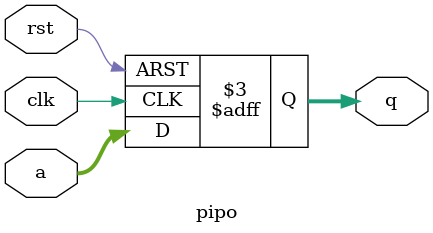
<source format=v>

module pipo(clk,rst,a,q);

    input clk,rst;
    input[3:0]a;
    output[3:0]q;
    reg[3:0]q;

    always@(posedge clk,posedge rst)
    begin
        if (rst==1'b1)
            q<=4'b0000;
         else
            q<=a;
    end
endmodule

</source>
